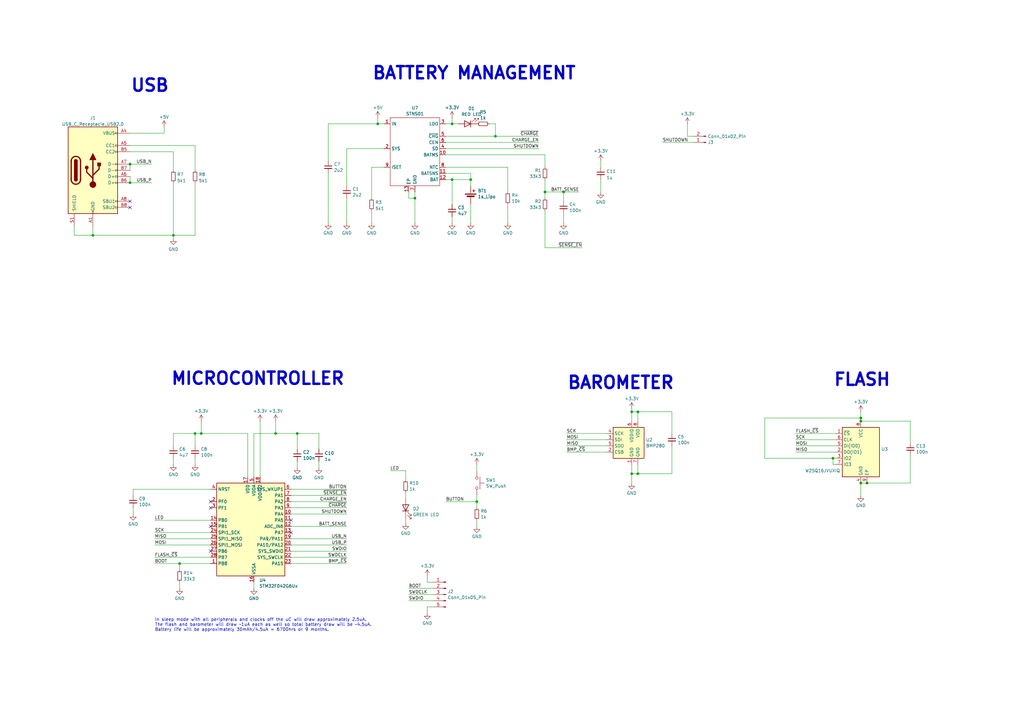
<source format=kicad_sch>
(kicad_sch (version 20230121) (generator eeschema)
  (paper "A3")
  (title_block (title "SimpleAlt") (date "2024-06-22") (rev "2") (company "Blueskin Design Ltd") (comment 1 "(C) 2024 Michael Turner"))
  (lib_symbols
    (symbol "Connector:Conn_01x02_Pin" (pin_names (offset 1.016) hide)
      (property "Reference" "J" (at 0 2.54 0))
      (property "Value" "Conn_01x02_Pin" (at 0 -5.08 0))
      (symbol "Conn_01x02_Pin_1_1"
        (polyline (pts (xy 1.27 -2.54) (xy 0.8636 -2.54)) (stroke (width 0.1524)))
        (polyline (pts (xy 1.27 0) (xy 0.8636 0)) (stroke (width 0.1524)))
        (rectangle (start 0.8636 -2.413) (end 0 -2.667) (stroke (width 0.1524)) (fill (type outline)))
        (rectangle (start 0.8636 0.127) (end 0 -0.127) (stroke (width 0.1524)) (fill (type outline)))
        (pin passive line (at 5.08 0 180) (length 3.81) (name "Pin_1") (number "1"))
        (pin passive line (at 5.08 -2.54 180) (length 3.81) (name "Pin_2") (number "2"))
      )
    )
    (symbol "Connector:Conn_01x05_Pin" (pin_names (offset 1.016) hide)
      (property "Reference" "J" (at 0 7.62 0))
      (property "Value" "Conn_01x05_Pin" (at 0 -7.62 0))
      (symbol "Conn_01x05_Pin_1_1"
        (polyline (pts (xy 1.27 -5.08) (xy 0.8636 -5.08)) (stroke (width 0.1524)))
        (polyline (pts (xy 1.27 -2.54) (xy 0.8636 -2.54)) (stroke (width 0.1524)))
        (polyline (pts (xy 1.27 0) (xy 0.8636 0)) (stroke (width 0.1524)))
        (polyline (pts (xy 1.27 2.54) (xy 0.8636 2.54)) (stroke (width 0.1524)))
        (polyline (pts (xy 1.27 5.08) (xy 0.8636 5.08)) (stroke (width 0.1524)))
        (rectangle (start 0.8636 -4.953) (end 0 -5.207) (stroke (width 0.1524)) (fill (type outline)))
        (rectangle (start 0.8636 -2.413) (end 0 -2.667) (stroke (width 0.1524)) (fill (type outline)))
        (rectangle (start 0.8636 0.127) (end 0 -0.127) (stroke (width 0.1524)) (fill (type outline)))
        (rectangle (start 0.8636 2.667) (end 0 2.413) (stroke (width 0.1524)) (fill (type outline)))
        (rectangle (start 0.8636 5.207) (end 0 4.953) (stroke (width 0.1524)) (fill (type outline)))
        (pin passive line (at 5.08 5.08 180) (length 3.81) (name "Pin_1") (number "1"))
        (pin passive line (at 5.08 2.54 180) (length 3.81) (name "Pin_2") (number "2"))
        (pin passive line (at 5.08 0 180) (length 3.81) (name "Pin_3") (number "3"))
        (pin passive line (at 5.08 -2.54 180) (length 3.81) (name "Pin_4") (number "4"))
        (pin passive line (at 5.08 -5.08 180) (length 3.81) (name "Pin_5") (number "5"))
      )
    )
    (symbol "Connector:USB_C_Receptacle_USB2.0" (pin_names (offset 1.016))
      (property "Reference" "J" (at -10.16 19.05 0))
      (property "Value" "USB_C_Receptacle_USB2.0" (at 19.05 19.05 0))
      (symbol "USB_C_Receptacle_USB2.0_0_0"
        (rectangle (start -0.254 -17.78) (end 0.254 -16.764))
        (rectangle (start 10.16 -14.986) (end 9.144 -15.494))
        (rectangle (start 10.16 -12.446) (end 9.144 -12.954))
        (rectangle (start 10.16 -4.826) (end 9.144 -5.334))
        (rectangle (start 10.16 -2.286) (end 9.144 -2.794))
        (rectangle (start 10.16 0.254) (end 9.144 -0.254))
        (rectangle (start 10.16 2.794) (end 9.144 2.286))
        (rectangle (start 10.16 7.874) (end 9.144 7.366))
        (rectangle (start 10.16 10.414) (end 9.144 9.906))
        (rectangle (start 10.16 15.494) (end 9.144 14.986))
      )
      (symbol "USB_C_Receptacle_USB2.0_0_1"
        (rectangle (start -10.16 17.78) (end 10.16 -17.78) (stroke (width 0.254)) (fill (type background)))
        (arc (start -8.89 -3.81) (mid -6.985 -5.7067) (end -5.08 -3.81) (stroke (width 0.508)))
        (arc (start -7.62 -3.81) (mid -6.985 -4.4423) (end -6.35 -3.81) (stroke (width 0.254)))
        (arc (start -7.62 -3.81) (mid -6.985 -4.4423) (end -6.35 -3.81) (stroke (width 0.254)) (fill (type outline)))
        (rectangle (start -7.62 -3.81) (end -6.35 3.81) (stroke (width 0.254)) (fill (type outline)))
        (arc (start -6.35 3.81) (mid -6.985 4.4423) (end -7.62 3.81) (stroke (width 0.254)))
        (arc (start -6.35 3.81) (mid -6.985 4.4423) (end -7.62 3.81) (stroke (width 0.254)) (fill (type outline)))
        (arc (start -5.08 3.81) (mid -6.985 5.7067) (end -8.89 3.81) (stroke (width 0.508)))
        (circle (center -2.54 1.143) (radius 0.635) (stroke (width 0.254)) (fill (type outline)))
        (circle (center 0 -5.842) (radius 1.27) (fill (type outline)))
        (polyline (pts (xy -8.89 -3.81) (xy -8.89 3.81)) (stroke (width 0.508)))
        (polyline (pts (xy -5.08 3.81) (xy -5.08 -3.81)) (stroke (width 0.508)))
        (polyline (pts (xy 0 -5.842) (xy 0 4.318)) (stroke (width 0.508)))
        (polyline (pts (xy 0 -3.302) (xy -2.54 -0.762) (xy -2.54 0.508)) (stroke (width 0.508)))
        (polyline (pts (xy 0 -2.032) (xy 2.54 0.508) (xy 2.54 1.778)) (stroke (width 0.508)))
        (polyline (pts (xy -1.27 4.318) (xy 0 6.858) (xy 1.27 4.318) (xy -1.27 4.318)) (stroke (width 0.254)) (fill (type outline)))
        (rectangle (start 1.905 1.778) (end 3.175 3.048) (stroke (width 0.254)) (fill (type outline)))
      )
      (symbol "USB_C_Receptacle_USB2.0_1_1"
        (pin passive line (at 0 -22.86 90) (length 5.08) (name "GND") (number "A1"))
        (pin passive line (at 0 -22.86 90) (length 5.08) hide (name "GND") (number "A12"))
        (pin passive line (at 15.24 15.24 180) (length 5.08) (name "VBUS") (number "A4"))
        (pin bidirectional line (at 15.24 10.16 180) (length 5.08) (name "CC1") (number "A5"))
        (pin bidirectional line (at 15.24 -2.54 180) (length 5.08) (name "D+") (number "A6"))
        (pin bidirectional line (at 15.24 2.54 180) (length 5.08) (name "D-") (number "A7"))
        (pin bidirectional line (at 15.24 -12.7 180) (length 5.08) (name "SBU1") (number "A8"))
        (pin passive line (at 15.24 15.24 180) (length 5.08) hide (name "VBUS") (number "A9"))
        (pin passive line (at 0 -22.86 90) (length 5.08) hide (name "GND") (number "B1"))
        (pin passive line (at 0 -22.86 90) (length 5.08) hide (name "GND") (number "B12"))
        (pin passive line (at 15.24 15.24 180) (length 5.08) hide (name "VBUS") (number "B4"))
        (pin bidirectional line (at 15.24 7.62 180) (length 5.08) (name "CC2") (number "B5"))
        (pin bidirectional line (at 15.24 -5.08 180) (length 5.08) (name "D+") (number "B6"))
        (pin bidirectional line (at 15.24 0 180) (length 5.08) (name "D-") (number "B7"))
        (pin bidirectional line (at 15.24 -15.24 180) (length 5.08) (name "SBU2") (number "B8"))
        (pin passive line (at 15.24 15.24 180) (length 5.08) hide (name "VBUS") (number "B9"))
        (pin passive line (at -7.62 -22.86 90) (length 5.08) (name "SHIELD") (number "S1"))
      )
    )
    (symbol "Device:Battery_Cell" (pin_numbers hide) (pin_names (offset 0) hide)
      (property "Reference" "BT" (at 2.54 2.54 0))
      (property "Value" "Battery_Cell" (at 2.54 0 0))
      (symbol "Battery_Cell_0_1"
        (rectangle (start -2.286 1.778) (end 2.286 1.524) (fill (type outline)))
        (rectangle (start -1.524 1.016) (end 1.524 0.508) (fill (type outline)))
        (polyline (pts (xy 0 0.762) (xy 0 0)))
        (polyline (pts (xy 0 1.778) (xy 0 2.54)))
        (polyline (pts (xy 0.762 3.048) (xy 1.778 3.048)) (stroke (width 0.254)))
        (polyline (pts (xy 1.27 3.556) (xy 1.27 2.54)) (stroke (width 0.254)))
      )
      (symbol "Battery_Cell_1_1"
        (pin passive line (at 0 5.08 270) (length 2.54) (name "+") (number "1"))
        (pin passive line (at 0 -2.54 90) (length 2.54) (name "-") (number "2"))
      )
    )
    (symbol "Device:C_Small" (pin_numbers hide) (pin_names (offset 0.254) hide)
      (property "Reference" "C" (at 0.254 1.778 0))
      (property "Value" "C_Small" (at 0.254 -2.032 0))
      (symbol "C_Small_0_1"
        (polyline (pts (xy -1.524 -0.508) (xy 1.524 -0.508)) (stroke (width 0.3302)))
        (polyline (pts (xy -1.524 0.508) (xy 1.524 0.508)) (stroke (width 0.3048)))
      )
      (symbol "C_Small_1_1"
        (pin passive line (at 0 2.54 270) (length 2.032) (name "~") (number "1"))
        (pin passive line (at 0 -2.54 90) (length 2.032) (name "~") (number "2"))
      )
    )
    (symbol "Device:LED" (pin_numbers hide) (pin_names (offset 1.016) hide)
      (property "Reference" "D" (at 0 2.54 0))
      (property "Value" "LED" (at 0 -2.54 0))
      (symbol "LED_0_1"
        (polyline (pts (xy -1.27 -1.27) (xy -1.27 1.27)) (stroke (width 0.254)))
        (polyline (pts (xy -1.27 0) (xy 1.27 0)))
        (polyline (pts (xy 1.27 -1.27) (xy 1.27 1.27) (xy -1.27 0) (xy 1.27 -1.27)) (stroke (width 0.254)))
        (polyline (pts (xy -3.048 -0.762) (xy -4.572 -2.286) (xy -3.81 -2.286) (xy -4.572 -2.286) (xy -4.572 -1.524)))
        (polyline (pts (xy -1.778 -0.762) (xy -3.302 -2.286) (xy -2.54 -2.286) (xy -3.302 -2.286) (xy -3.302 -1.524)))
      )
      (symbol "LED_1_1"
        (pin passive line (at -3.81 0 0) (length 2.54) (name "K") (number "1"))
        (pin passive line (at 3.81 0 180) (length 2.54) (name "A") (number "2"))
      )
    )
    (symbol "Device:R_Small" (pin_numbers hide) (pin_names (offset 0.254) hide)
      (property "Reference" "R" (at 0.762 0.508 0))
      (property "Value" "R_Small" (at 0.762 -1.016 0))
      (symbol "R_Small_0_1"
        (rectangle (start -0.762 1.778) (end 0.762 -1.778) (stroke (width 0.2032)))
      )
      (symbol "R_Small_1_1"
        (pin passive line (at 0 2.54 270) (length 0.762) (name "~") (number "1"))
        (pin passive line (at 0 -2.54 90) (length 0.762) (name "~") (number "2"))
      )
    )
    (symbol "MCU_ST_STM32F0:STM32F042G6Ux"
      (property "Reference" "U" (at -12.7 21.59 0))
      (property "Value" "STM32F042G6Ux" (at 7.62 21.59 0))
      (symbol "STM32F042G6Ux_0_1"
        (rectangle (start -12.7 -17.78) (end 15.24 20.32) (stroke (width 0.254)) (fill (type background)))
      )
      (symbol "STM32F042G6Ux_1_1"
        (pin bidirectional line (at -15.24 -12.7 0) (length 2.54) (name "PB8") (number "1"))
        (pin bidirectional line (at 17.78 7.62 180) (length 2.54) (name "PA4") (number "10"))
        (pin bidirectional line (at 17.78 5.08 180) (length 2.54) (name "PA5") (number "11") (alternate "SPI1_SCK" bidirectional line))
        (pin bidirectional line (at 17.78 2.54 180) (length 2.54) (name "PA6") (number "12") (alternate "ADC_IN6" bidirectional line) (alternate "SPI1_MISO" bidirectional line))
        (pin bidirectional line (at 17.78 0 180) (length 2.54) (name "PA7") (number "13") (alternate "SPI1_MOSI" bidirectional line))
        (pin bidirectional line (at -15.24 5.08 0) (length 2.54) (name "PB0") (number "14"))
        (pin bidirectional line (at -15.24 2.54 0) (length 2.54) (name "PB1") (number "15"))
        (pin power_in line (at 2.54 -20.32 90) (length 2.54) (name "VSSA") (number "16"))
        (pin power_in line (at 0 22.86 270) (length 2.54) (name "VDD") (number "17"))
        (pin power_in line (at 5.08 22.86 270) (length 2.54) (name "VDDIO2") (number "18"))
        (pin bidirectional line (at 17.78 -2.54 180) (length 2.54) (name "PA9/PA11") (number "19"))
        (pin bidirectional line (at -15.24 12.7 0) (length 2.54) (name "PF0") (number "2"))
        (pin bidirectional line (at 17.78 -5.08 180) (length 2.54) (name "PA10/PA12") (number "20"))
        (pin bidirectional line (at 17.78 -7.62 180) (length 2.54) (name "PA13") (number "21") (alternate "SYS_SWDIO" bidirectional line))
        (pin bidirectional line (at 17.78 -10.16 180) (length 2.54) (name "PA14") (number "22") (alternate "SYS_SWCLK" bidirectional line))
        (pin bidirectional line (at 17.78 -12.7 180) (length 2.54) (name "PA15") (number "23"))
        (pin bidirectional line (at -15.24 0 0) (length 2.54) (name "PB3") (number "24") (alternate "SPI1_SCK" bidirectional line))
        (pin bidirectional line (at -15.24 -2.54 0) (length 2.54) (name "PB4") (number "25") (alternate "SPI1_MISO" bidirectional line))
        (pin bidirectional line (at -15.24 -5.08 0) (length 2.54) (name "PB5") (number "26") (alternate "SPI1_MOSI" bidirectional line))
        (pin bidirectional line (at -15.24 -7.62 0) (length 2.54) (name "PB6") (number "27"))
        (pin bidirectional line (at -15.24 -10.16 0) (length 2.54) (name "PB7") (number "28"))
        (pin bidirectional line (at -15.24 10.16 0) (length 2.54) (name "PF1") (number "3"))
        (pin input line (at -15.24 17.78 0) (length 2.54) (name "NRST") (number "4"))
        (pin power_in line (at 2.54 22.86 270) (length 2.54) (name "VDDA") (number "5"))
        (pin bidirectional line (at 17.78 17.78 180) (length 2.54) (name "PA0") (number "6") (alternate "SYS_WKUP1" bidirectional line))
        (pin bidirectional line (at 17.78 15.24 180) (length 2.54) (name "PA1") (number "7"))
        (pin bidirectional line (at 17.78 12.7 180) (length 2.54) (name "PA2") (number "8"))
        (pin bidirectional line (at 17.78 10.16 180) (length 2.54) (name "PA3") (number "9"))
      )
    )
    (symbol "Memory_Flash:W25Q32JVZP"
      (property "Reference" "U" (at -6.35 11.43 0))
      (property "Value" "W25Q32JVZP" (at 7.62 11.43 0))
      (symbol "W25Q32JVZP_0_1"
        (rectangle (start -7.62 10.16) (end 7.62 -10.16) (stroke (width 0.254)) (fill (type background)))
      )
      (symbol "W25Q32JVZP_1_1"
        (pin input line (at -10.16 7.62 0) (length 2.54) (name "~{CS}") (number "1"))
        (pin bidirectional line (at -10.16 0 0) (length 2.54) (name "DO(IO1)") (number "2"))
        (pin bidirectional line (at -10.16 -2.54 0) (length 2.54) (name "IO2") (number "3"))
        (pin power_in line (at 0 -12.7 90) (length 2.54) (name "GND") (number "4"))
        (pin bidirectional line (at -10.16 2.54 0) (length 2.54) (name "DI(IO0)") (number "5"))
        (pin input line (at -10.16 5.08 0) (length 2.54) (name "CLK") (number "6"))
        (pin bidirectional line (at -10.16 -5.08 0) (length 2.54) (name "IO3") (number "7"))
        (pin power_in line (at 0 12.7 270) (length 2.54) (name "VCC") (number "8"))
        (pin passive line (at 2.54 -12.7 90) (length 2.54) (name "EP") (number "9"))
      )
    )
    (symbol "My Components:SNTS01"
      (property "Reference" "U" (at 0 13.97 0))
      (symbol "SNTS01_0_1"
        (rectangle (start -10.16 12.7) (end 10.16 -15.24))
      )
      (symbol "SNTS01_1_0"
        (pin power_in line (at -2.54 -17.78 90) (length 2.54) (name "EP") (number "13"))
      )
      (symbol "SNTS01_1_1"
        (pin power_in line (at -12.7 10.16 0) (length 2.54) (name "IN") (number "1"))
        (pin passive line (at 12.7 -2.54 180) (length 2.54) (name "BATMS") (number "10"))
        (pin input line (at 12.7 -10.16 180) (length 2.54) (name "BATSNS") (number "11"))
        (pin passive line (at 12.7 -12.7 180) (length 2.54) (name "BAT") (number "12"))
        (pin power_out line (at -12.7 0 0) (length 2.54) (name "SYS") (number "2"))
        (pin power_out line (at 12.7 10.16 180) (length 2.54) (name "LDO") (number "3"))
        (pin input line (at 12.7 0 180) (length 2.54) (name "SD") (number "4"))
        (pin output line (at 12.7 5.08 180) (length 2.54) (name "~{CHG}") (number "5"))
        (pin input line (at 12.7 2.54 180) (length 2.54) (name "CEN") (number "6"))
        (pin power_in line (at 0 -17.78 90) (length 2.54) (name "GND") (number "7"))
        (pin input line (at 12.7 -7.62 180) (length 2.54) (name "NTC") (number "8"))
        (pin passive line (at -12.7 -7.62 0) (length 2.54) (name "ISET") (number "9"))
      )
    )
    (symbol "Sensor_Pressure:BMP280"
      (property "Reference" "U" (at -7.62 10.16 0))
      (property "Value" "BMP280" (at 5.08 10.16 0))
      (symbol "BMP280_0_1"
        (rectangle (start -7.62 -5.08) (end 5.08 7.62) (stroke (width 0.254)) (fill (type background)))
      )
      (symbol "BMP280_1_1"
        (pin power_in line (at 0 -7.62 90) (length 2.54) (name "GND") (number "1"))
        (pin input line (at -10.16 -2.54 0) (length 2.54) (name "CSB") (number "2"))
        (pin bidirectional line (at -10.16 2.54 0) (length 2.54) (name "SDI") (number "3"))
        (pin input line (at -10.16 5.08 0) (length 2.54) (name "SCK") (number "4"))
        (pin bidirectional line (at -10.16 0 0) (length 2.54) (name "SDO") (number "5"))
        (pin power_in line (at 0 10.16 270) (length 2.54) (name "VDDIO") (number "6"))
        (pin power_in line (at 2.54 -7.62 90) (length 2.54) (name "GND") (number "7"))
        (pin power_in line (at 2.54 10.16 270) (length 2.54) (name "VDD") (number "8"))
      )
    )
    (symbol "Switch:SW_Push" (pin_numbers hide) (pin_names (offset 1.016) hide)
      (property "Reference" "SW" (at 1.27 2.54 0))
      (property "Value" "SW_Push" (at 0 -1.524 0))
      (symbol "SW_Push_0_1"
        (circle (center -2.032 0) (radius 0.508))
        (polyline (pts (xy 0 1.27) (xy 0 3.048)))
        (polyline (pts (xy 2.54 1.27) (xy -2.54 1.27)))
        (circle (center 2.032 0) (radius 0.508))
        (pin passive line (at -5.08 0 0) (length 2.54) (name "1") (number "1"))
        (pin passive line (at 5.08 0 180) (length 2.54) (name "2") (number "2"))
      )
    )
    (symbol "power:+3.3V" (power) (pin_names (offset 0))
      (property "Value" "+3.3V" (at 0 3.556 0))
      (symbol "+3.3V_0_1"
        (polyline (pts (xy -0.762 1.27) (xy 0 2.54)))
        (polyline (pts (xy 0 0) (xy 0 2.54)))
        (polyline (pts (xy 0 2.54) (xy 0.762 1.27)))
      )
      (symbol "+3.3V_1_1"
        (pin power_in line (at 0 0 90) (length 0) hide (name "+3.3V") (number "1"))
      )
    )
    (symbol "power:+5V" (power) (pin_names (offset 0))
      (property "Value" "+5V" (at 0 3.556 0))
      (symbol "+5V_0_1"
        (polyline (pts (xy -0.762 1.27) (xy 0 2.54)))
        (polyline (pts (xy 0 0) (xy 0 2.54)))
        (polyline (pts (xy 0 2.54) (xy 0.762 1.27)))
      )
      (symbol "+5V_1_1"
        (pin power_in line (at 0 0 90) (length 0) hide (name "+5V") (number "1"))
      )
    )
    (symbol "power:GND" (power) (pin_names (offset 0))
      (property "Value" "GND" (at 0 -3.81 0))
      (symbol "GND_0_1"
        (polyline (pts (xy 0 0) (xy 0 -1.27) (xy 1.27 -1.27) (xy 0 -2.54) (xy -1.27 -1.27) (xy 0 -1.27)))
      )
      (symbol "GND_1_1"
        (pin power_in line (at 0 0 270) (length 0) hide (name "GND") (number "1"))
      )
    )
  )
  (junction (at 154.94 50.8))
  (junction (at 193.04 73.66))
  (junction (at 73.66 231.14))
  (junction (at 185.42 50.8))
  (junction (at 82.55 177.8))
  (junction (at 80.01 177.8))
  (junction (at 113.03 177.8))
  (junction (at 121.92 177.8))
  (junction (at 53.34 67.31))
  (junction (at 203.2 55.88))
  (junction (at 195.58 205.74))
  (junction (at 353.06 198.12))
  (junction (at 259.08 168.91))
  (junction (at 353.06 172.72))
  (junction (at 185.42 73.66))
  (junction (at 223.52 78.74))
  (junction (at 341.63 187.96))
  (junction (at 353.06 171.45))
  (junction (at 170.18 81.28))
  (junction (at 259.08 194.31))
  (junction (at 53.34 74.93))
  (junction (at 231.14 78.74))
  (junction (at 261.62 194.31))
  (junction (at 261.62 168.91))
  (junction (at 355.6 198.12))
  (junction (at 38.1 96.52))
  (junction (at 71.12 96.52))
  (no_connect (at 119.38 213.36))
  (no_connect (at 53.34 85.09))
  (no_connect (at 86.36 205.74))
  (no_connect (at 86.36 226.06))
  (no_connect (at 119.38 218.44))
  (no_connect (at 86.36 215.9))
  (no_connect (at 86.36 208.28))
  (no_connect (at 53.34 82.55))
  (wire (pts (xy 166.37 201.93) (xy 166.37 204.47)))
  (wire (pts (xy 342.9 187.96) (xy 341.63 187.96)))
  (wire (pts (xy 193.04 83.82) (xy 193.04 91.44)))
  (wire (pts (xy 113.03 177.8) (xy 121.92 177.8)))
  (wire (pts (xy 182.88 68.58) (xy 208.28 68.58)))
  (wire (pts (xy 86.36 213.36) (xy 63.5 213.36)))
  (wire (pts (xy 281.94 50.8) (xy 281.94 55.88)))
  (wire (pts (xy 119.38 220.98) (xy 142.24 220.98)))
  (wire (pts (xy 73.66 231.14) (xy 73.66 233.68)))
  (wire (pts (xy 353.06 168.91) (xy 353.06 171.45)))
  (wire (pts (xy 223.52 101.6) (xy 238.76 101.6)))
  (wire (pts (xy 182.88 60.96) (xy 220.98 60.96)))
  (wire (pts (xy 223.52 78.74) (xy 223.52 81.28)))
  (wire (pts (xy 170.18 81.28) (xy 170.18 91.44)))
  (wire (pts (xy 82.55 172.72) (xy 82.55 177.8)))
  (wire (pts (xy 259.08 190.5) (xy 259.08 194.31)))
  (wire (pts (xy 86.36 218.44) (xy 63.5 218.44)))
  (wire (pts (xy 313.69 187.96) (xy 313.69 171.45)))
  (wire (pts (xy 353.06 198.12) (xy 353.06 203.2)))
  (wire (pts (xy 259.08 167.64) (xy 259.08 168.91)))
  (wire (pts (xy 63.5 220.98) (xy 86.36 220.98)))
  (wire (pts (xy 119.38 208.28) (xy 142.24 208.28)))
  (wire (pts (xy 177.8 248.92) (xy 175.26 248.92)))
  (wire (pts (xy 195.58 205.74) (xy 195.58 208.28)))
  (wire (pts (xy 119.38 215.9) (xy 142.24 215.9)))
  (wire (pts (xy 80.01 177.8) (xy 82.55 177.8)))
  (wire (pts (xy 223.52 86.36) (xy 223.52 101.6)))
  (wire (pts (xy 119.38 210.82) (xy 142.24 210.82)))
  (wire (pts (xy 232.41 182.88) (xy 248.92 182.88)))
  (wire (pts (xy 152.4 68.58) (xy 152.4 81.28)))
  (wire (pts (xy 54.61 200.66) (xy 86.36 200.66)))
  (wire (pts (xy 373.38 186.69) (xy 373.38 198.12)))
  (wire (pts (xy 195.58 203.2) (xy 195.58 205.74)))
  (wire (pts (xy 182.88 55.88) (xy 203.2 55.88)))
  (wire (pts (xy 182.88 50.8) (xy 185.42 50.8)))
  (wire (pts (xy 71.12 96.52) (xy 80.01 96.52)))
  (wire (pts (xy 175.26 238.76) (xy 177.8 238.76)))
  (wire (pts (xy 231.14 78.74) (xy 237.49 78.74)))
  (wire (pts (xy 119.38 223.52) (xy 142.24 223.52)))
  (wire (pts (xy 208.28 68.58) (xy 208.28 78.74)))
  (wire (pts (xy 71.12 62.23) (xy 71.12 69.85)))
  (wire (pts (xy 104.14 177.8) (xy 113.03 177.8)))
  (wire (pts (xy 185.42 88.9) (xy 185.42 91.44)))
  (wire (pts (xy 119.38 231.14) (xy 142.24 231.14)))
  (wire (pts (xy 223.52 63.5) (xy 223.52 68.58)))
  (wire (pts (xy 119.38 226.06) (xy 142.24 226.06)))
  (wire (pts (xy 200.66 50.8) (xy 203.2 50.8)))
  (wire (pts (xy 193.04 71.12) (xy 193.04 73.66)))
  (wire (pts (xy 182.88 73.66) (xy 185.42 73.66)))
  (wire (pts (xy 271.78 58.42) (xy 284.48 58.42)))
  (wire (pts (xy 175.26 248.92) (xy 175.26 251.46)))
  (wire (pts (xy 82.55 177.8) (xy 101.6 177.8)))
  (wire (pts (xy 71.12 74.93) (xy 71.12 96.52)))
  (wire (pts (xy 119.38 200.66) (xy 142.24 200.66)))
  (wire (pts (xy 232.41 180.34) (xy 248.92 180.34)))
  (wire (pts (xy 208.28 83.82) (xy 208.28 91.44)))
  (wire (pts (xy 38.1 92.71) (xy 38.1 96.52)))
  (wire (pts (xy 261.62 168.91) (xy 275.59 168.91)))
  (wire (pts (xy 152.4 86.36) (xy 152.4 91.44)))
  (wire (pts (xy 101.6 177.8) (xy 101.6 195.58)))
  (wire (pts (xy 71.12 96.52) (xy 71.12 97.79)))
  (wire (pts (xy 261.62 168.91) (xy 261.62 172.72)))
  (wire (pts (xy 134.62 71.12) (xy 134.62 91.44)))
  (wire (pts (xy 355.6 198.12) (xy 353.06 198.12)))
  (wire (pts (xy 185.42 50.8) (xy 187.96 50.8)))
  (wire (pts (xy 342.9 177.8) (xy 326.39 177.8)))
  (wire (pts (xy 54.61 200.66) (xy 54.61 203.2)))
  (wire (pts (xy 246.38 66.04) (xy 246.38 68.58)))
  (wire (pts (xy 167.64 81.28) (xy 170.18 81.28)))
  (wire (pts (xy 231.14 87.63) (xy 231.14 91.44)))
  (wire (pts (xy 185.42 48.26) (xy 185.42 50.8)))
  (wire (pts (xy 342.9 190.5) (xy 341.63 190.5)))
  (wire (pts (xy 113.03 172.72) (xy 113.03 177.8)))
  (wire (pts (xy 38.1 96.52) (xy 71.12 96.52)))
  (wire (pts (xy 203.2 55.88) (xy 220.98 55.88)))
  (wire (pts (xy 119.38 203.2) (xy 142.24 203.2)))
  (wire (pts (xy 121.92 177.8) (xy 121.92 184.15)))
  (wire (pts (xy 223.52 73.66) (xy 223.52 78.74)))
  (wire (pts (xy 232.41 185.42) (xy 248.92 185.42)))
  (wire (pts (xy 326.39 182.88) (xy 342.9 182.88)))
  (wire (pts (xy 195.58 213.36) (xy 195.58 215.9)))
  (wire (pts (xy 341.63 187.96) (xy 313.69 187.96)))
  (wire (pts (xy 259.08 172.72) (xy 259.08 168.91)))
  (wire (pts (xy 261.62 194.31) (xy 261.62 190.5)))
  (wire (pts (xy 63.5 231.14) (xy 73.66 231.14)))
  (wire (pts (xy 80.01 74.93) (xy 80.01 96.52)))
  (wire (pts (xy 170.18 78.74) (xy 170.18 81.28)))
  (wire (pts (xy 166.37 193.04) (xy 166.37 196.85)))
  (wire (pts (xy 142.24 81.28) (xy 142.24 91.44)))
  (wire (pts (xy 104.14 195.58) (xy 104.14 177.8)))
  (wire (pts (xy 130.81 189.23) (xy 130.81 191.77)))
  (wire (pts (xy 71.12 187.96) (xy 71.12 190.5)))
  (wire (pts (xy 246.38 73.66) (xy 246.38 78.74)))
  (wire (pts (xy 259.08 168.91) (xy 261.62 168.91)))
  (wire (pts (xy 167.64 246.38) (xy 177.8 246.38)))
  (wire (pts (xy 261.62 194.31) (xy 275.59 194.31)))
  (wire (pts (xy 373.38 172.72) (xy 373.38 181.61)))
  (wire (pts (xy 341.63 190.5) (xy 341.63 187.96)))
  (wire (pts (xy 134.62 50.8) (xy 154.94 50.8)))
  (wire (pts (xy 259.08 194.31) (xy 259.08 198.12)))
  (wire (pts (xy 121.92 177.8) (xy 130.81 177.8)))
  (wire (pts (xy 193.04 76.2) (xy 193.04 73.66)))
  (wire (pts (xy 30.48 92.71) (xy 30.48 96.52)))
  (wire (pts (xy 80.01 177.8) (xy 80.01 182.88)))
  (wire (pts (xy 119.38 228.6) (xy 142.24 228.6)))
  (wire (pts (xy 86.36 228.6) (xy 63.5 228.6)))
  (wire (pts (xy 130.81 177.8) (xy 130.81 184.15)))
  (wire (pts (xy 284.48 55.88) (xy 281.94 55.88)))
  (wire (pts (xy 231.14 78.74) (xy 231.14 82.55)))
  (wire (pts (xy 53.34 54.61) (xy 67.31 54.61)))
  (wire (pts (xy 326.39 185.42) (xy 342.9 185.42)))
  (wire (pts (xy 182.88 58.42) (xy 220.98 58.42)))
  (wire (pts (xy 30.48 96.52) (xy 38.1 96.52)))
  (wire (pts (xy 185.42 73.66) (xy 193.04 73.66)))
  (wire (pts (xy 53.34 67.31) (xy 62.23 67.31)))
  (wire (pts (xy 353.06 172.72) (xy 373.38 172.72)))
  (wire (pts (xy 248.92 177.8) (xy 232.41 177.8)))
  (wire (pts (xy 275.59 168.91) (xy 275.59 177.8)))
  (wire (pts (xy 53.34 74.93) (xy 62.23 74.93)))
  (wire (pts (xy 275.59 182.88) (xy 275.59 194.31)))
  (wire (pts (xy 259.08 194.31) (xy 261.62 194.31)))
  (wire (pts (xy 67.31 52.07) (xy 67.31 54.61)))
  (wire (pts (xy 53.34 59.69) (xy 80.01 59.69)))
  (wire (pts (xy 326.39 180.34) (xy 342.9 180.34)))
  (wire (pts (xy 154.94 48.26) (xy 154.94 50.8)))
  (wire (pts (xy 80.01 59.69) (xy 80.01 69.85)))
  (wire (pts (xy 167.64 78.74) (xy 167.64 81.28)))
  (wire (pts (xy 121.92 189.23) (xy 121.92 191.77)))
  (wire (pts (xy 166.37 212.09) (xy 166.37 214.63)))
  (wire (pts (xy 53.34 72.39) (xy 53.34 74.93)))
  (wire (pts (xy 142.24 60.96) (xy 142.24 76.2)))
  (wire (pts (xy 175.26 236.22) (xy 175.26 238.76)))
  (wire (pts (xy 63.5 223.52) (xy 86.36 223.52)))
  (wire (pts (xy 53.34 67.31) (xy 53.34 69.85)))
  (wire (pts (xy 195.58 190.5) (xy 195.58 193.04)))
  (wire (pts (xy 106.68 172.72) (xy 106.68 195.58)))
  (wire (pts (xy 373.38 198.12) (xy 355.6 198.12)))
  (wire (pts (xy 157.48 60.96) (xy 142.24 60.96)))
  (wire (pts (xy 182.88 63.5) (xy 223.52 63.5)))
  (wire (pts (xy 73.66 231.14) (xy 86.36 231.14)))
  (wire (pts (xy 167.64 243.84) (xy 177.8 243.84)))
  (wire (pts (xy 154.94 50.8) (xy 157.48 50.8)))
  (wire (pts (xy 203.2 50.8) (xy 203.2 55.88)))
  (wire (pts (xy 182.88 205.74) (xy 195.58 205.74)))
  (wire (pts (xy 80.01 187.96) (xy 80.01 190.5)))
  (wire (pts (xy 73.66 238.76) (xy 73.66 241.3)))
  (wire (pts (xy 119.38 205.74) (xy 142.24 205.74)))
  (wire (pts (xy 53.34 62.23) (xy 71.12 62.23)))
  (wire (pts (xy 160.02 193.04) (xy 166.37 193.04)))
  (wire (pts (xy 313.69 171.45) (xy 353.06 171.45)))
  (wire (pts (xy 353.06 171.45) (xy 353.06 172.72)))
  (wire (pts (xy 223.52 78.74) (xy 231.14 78.74)))
  (wire (pts (xy 167.64 241.3) (xy 177.8 241.3)))
  (wire (pts (xy 71.12 177.8) (xy 71.12 182.88)))
  (wire (pts (xy 134.62 50.8) (xy 134.62 66.04)))
  (wire (pts (xy 185.42 73.66) (xy 185.42 83.82)))
  (wire (pts (xy 80.01 177.8) (xy 71.12 177.8)))
  (wire (pts (xy 54.61 208.28) (xy 54.61 210.82)))
  (wire (pts (xy 104.14 238.76) (xy 104.14 241.3)))
  (wire (pts (xy 157.48 68.58) (xy 152.4 68.58)))
  (wire (pts (xy 182.88 71.12) (xy 193.04 71.12)))
  (text "FLASH" (at 341.63 158.75 0) (effects (font (size 5 5) bold) (justify left bottom)))
  (text "BAROMETER\n" (at 232.41 160.02 0) (effects (font (size 5 5) bold) (justify left bottom)))
  (text "MICROCONTROLLER\n\n" (at 69.85 166.37 0) (effects (font (size 5 5) bold) (justify left bottom)))
  (text "USB" (at 53.34 38.1 0) (effects (font (size 5 5) (thickness 1) bold) (justify left bottom)))
  (text "In sleep mode with all peripherals and clocks off the uC will draw approximately 2.5uA.\nThe flash and barometer will draw ~1uA each as well so total battery draw will be ~4.5uA.\nBattery life will be approximately 30mAh/4.5uA = 6700hrs or 9 months." (at 63.5 259.08 0) (effects (font (size 1.27 1.27)) (justify left bottom)))
  (text "BATTERY MANAGEMENT" (at 152.4 33.02 0) (effects (font (size 5 5) bold) (justify left bottom)))
  (label "BOOT" (at 63.5 231.14 0))
  (label "SCK" (at 326.39 180.34 0))
  (label "MISO" (at 326.39 185.42 0))
  (label "BUTTON" (at 142.24 200.66 180))
  (label "SWDIO" (at 142.24 226.06 180))
  (label "BATT_SENSE" (at 237.49 78.74 180))
  (label "BATT_SENSE" (at 142.24 215.9 180))
  (label "USB_P" (at 142.24 223.52 180))
  (label "~{SENSE_EN}" (at 142.24 203.2 180))
  (label "SHUTDOWN" (at 271.78 58.42 0))
  (label "USB_N" (at 62.23 67.31 180))
  (label "SCK" (at 63.5 218.44 0))
  (label "SHUTDOWN" (at 142.24 210.82 180))
  (label "BMP_~{CS}" (at 232.41 185.42 0))
  (label "BUTTON" (at 182.88 205.74 0))
  (label "SWDIO" (at 167.64 246.38 0))
  (label "BOOT" (at 167.64 241.3 0))
  (label "~{SENSE_EN}" (at 238.76 101.6 180))
  (label "SWDCLK" (at 167.64 243.84 0))
  (label "MOSI" (at 326.39 182.88 0))
  (label "MOSI" (at 63.5 223.52 0))
  (label "FLASH_~{CS}" (at 326.39 177.8 0))
  (label "MOSI" (at 232.41 180.34 0))
  (label "~{CHARGE}" (at 142.24 208.28 180))
  (label "USB_N" (at 142.24 220.98 180))
  (label "~{CHARGE}" (at 220.98 55.88 180))
  (label "SWDCLK" (at 142.24 228.6 180))
  (label "SHUTDOWN" (at 220.98 60.96 180))
  (label "CHARGE_EN" (at 142.24 205.74 180))
  (label "SCK" (at 232.41 177.8 0))
  (label "FLASH_~{CS}" (at 63.5 228.6 0))
  (label "BMP_~{CS}" (at 142.24 231.14 180))
  (label "LED" (at 160.02 193.04 0))
  (label "CHARGE_EN" (at 220.98 58.42 180))
  (label "MISO" (at 63.5 220.98 0))
  (label "LED" (at 63.5 213.36 0))
  (label "USB_P" (at 62.23 74.93 180))
  (label "MISO" (at 232.41 182.88 0))
  (symbol (lib_id "power:GND") (at 259.08 198.12 0) (unit 1)
    (property "Reference" "#PWR022" (effects hide))
    (property "Value" "GND" (at 259.08 202.2531 0))
  )
  (symbol (lib_id "power:GND") (at 71.12 190.5 0) (unit 1)
    (property "Reference" "#PWR016" (effects hide))
    (property "Value" "GND" (at 71.12 194.6331 0))
  )
  (symbol (lib_id "Switch:SW_Push") (at 195.58 198.12 270) (mirror x) (unit 1)
    (property "Reference" "SW1" (at 199.263 196.9079 90) (effects (justify left)))
    (property "Value" "SW_Push" (at 199.263 199.3321 90) (effects (justify left)))
    (property "Footprint" "Button_Switch_SMD:SW_SPST_B3U-1000P" (effects hide))
  )
  (symbol (lib_id "power:+3.3V") (at 281.94 50.8 0) (unit 1)
    (property "Reference" "#PWR09" (effects hide))
    (property "Value" "+3.3V" (at 281.94 46.6669 0))
  )
  (symbol (lib_id "Device:C_Small") (at 130.81 186.69 0) (unit 1)
    (property "Reference" "C10" (at 133.1341 185.8616 0) (effects (justify left)))
    (property "Value" "1u" (at 133.1341 188.3985 0) (effects (justify left)))
    (property "Footprint" "Capacitor_SMD:C_0402_1005Metric" (effects hide))
    (property "JLC Part Number" "C15849" (effects hide))
  )
  (symbol (lib_id "power:+3.3V") (at 185.42 48.26 0) (unit 1)
    (property "Reference" "#PWR07" (effects hide))
    (property "Value" "+3.3V" (at 185.42 44.1269 0))
  )
  (symbol (lib_id "Device:R_Small") (at 223.52 71.12 0) (mirror y) (unit 1)
    (property "Reference" "R1" (at 222.0214 69.9079 0) (effects (justify left)))
    (property "Value" "33k3" (at 222.0214 72.3321 0) (effects (justify left)))
    (property "Footprint" "Resistor_SMD:R_0402_1005Metric" (effects hide))
    (property "JLC Part Number" "C3013567" (effects hide))
  )
  (symbol (lib_id "Connector:Conn_01x05_Pin") (at 182.88 243.84 0) (mirror y) (unit 1)
    (property "Reference" "J2" (at 183.5912 242.6279 0) (effects (justify right)))
    (property "Value" "Conn_01x05_Pin" (at 183.5912 245.0521 0) (effects (justify right)))
    (property "Footprint" "Connector_PinHeader_1.27mm:PinHeader_1x05_P1.27mm_Vertical" (effects hide))
  )
  (symbol (lib_id "MCU_ST_STM32F0:STM32F042G6Ux") (at 101.6 218.44 0) (unit 1)
    (property "Reference" "U4" (at 106.3341 237.9401 0) (effects (justify left)))
    (property "Value" "STM32F042G6Ux" (at 106.3341 240.3643 0) (effects (justify left)))
    (property "Footprint" "Package_DFN_QFN:QFN-28_4x4mm_P0.5mm" (effects hide))
    (property "Datasheet" "https://www.st.com/resource/en/datasheet/stm32f042g6.pdf" (effects hide))
    (pin "25" (alternate "SPI1_MISO"))
    (pin "26" (alternate "SPI1_MOSI"))
    (pin "24" (alternate "SPI1_SCK"))
    (pin "6" (alternate "SYS_WKUP1"))
    (pin "22" (alternate "SYS_SWCLK"))
    (pin "12" (alternate "ADC_IN6"))
    (pin "21" (alternate "SYS_SWDIO"))
  )
  (symbol (lib_id "Device:R_Small") (at 152.4 83.82 0) (unit 1)
    (property "Reference" "R3" (at 153.8986 82.9853 0) (effects (justify left)))
    (property "Value" "5k1" (at 153.8986 85.5222 0) (effects (justify left)))
    (property "Footprint" "Resistor_SMD:R_0402_1005Metric" (effects hide))
    (property "JLC Part Number" "C3013567" (effects hide))
  )
  (symbol (lib_id "power:GND") (at 170.18 91.44 0) (mirror y) (unit 1)
    (property "Reference" "#PWR04" (effects hide))
    (property "Value" "GND" (at 170.18 95.5731 0))
  )
  (symbol (lib_id "power:GND") (at 152.4 91.44 0) (mirror y) (unit 1)
    (property "Reference" "#PWR03" (effects hide))
    (property "Value" "GND" (at 152.4 95.5731 0))
  )
  (symbol (lib_id "Device:Battery_Cell") (at 193.04 81.28 0) (unit 1)
    (property "Reference" "BT1" (at 195.961 78.2264 0) (effects (justify left)))
    (property "Value" "1s_Lipo" (at 195.961 80.6506 0) (effects (justify left)))
    (property "Footprint" "Footprints:Lipo 401010" (effects hide))
  )
  (symbol (lib_id "Device:C_Small") (at 185.42 86.36 0) (unit 1)
    (property "Reference" "C3" (at 187.7441 85.1542 0) (effects (justify left)))
    (property "Value" "4u7" (at 187.7441 87.5784 0) (effects (justify left)))
    (property "Footprint" "Capacitor_SMD:C_0402_1005Metric" (effects hide))
    (property "JLC Part Number" "C15849" (effects hide))
  )
  (symbol (lib_id "power:GND") (at 80.01 190.5 0) (unit 1)
    (property "Reference" "#PWR018" (effects hide))
    (property "Value" "GND" (at 80.01 194.6331 0))
  )
  (symbol (lib_id "Device:C_Small") (at 231.14 85.09 0) (unit 1)
    (property "Reference" "C4" (at 233.4641 83.8842 0) (effects (justify left)))
    (property "Value" "100n" (at 233.4641 86.3084 0) (effects (justify left)))
    (property "Footprint" "Capacitor_SMD:C_0402_1005Metric" (effects hide))
  )
  (symbol (lib_id "Device:LED") (at 191.77 50.8 180) (unit 1)
    (property "Reference" "D1" (at 193.3575 44.4967 0))
    (property "Value" "RED LED" (at 193.3575 46.9209 0))
    (property "Footprint" "LED_SMD:LED_0603_1608Metric" (effects hide))
  )
  (symbol (lib_id "power:GND") (at 195.58 215.9 0) (unit 1)
    (property "Reference" "#PWR029" (effects hide))
    (property "Value" "GND" (at 195.58 220.0331 0))
  )
  (symbol (lib_id "power:+3.3V") (at 353.06 168.91 0) (unit 1)
    (property "Reference" "#PWR030" (effects hide))
    (property "Value" "+3.3V" (at 353.06 164.7769 0))
  )
  (symbol (lib_id "power:+3.3V") (at 246.38 66.04 0) (unit 1)
    (property "Reference" "#PWR027" (effects hide))
    (property "Value" "+3.3V" (at 246.38 61.9069 0))
  )
  (symbol (lib_id "power:+3.3V") (at 195.58 190.5 0) (unit 1)
    (property "Reference" "#PWR032" (effects hide))
    (property "Value" "+3.3V" (at 195.58 186.3669 0))
  )
  (symbol (lib_id "Memory_Flash:W25Q32JVZP") (at 353.06 185.42 0) (unit 1)
    (property "Reference" "U3" (at 361.442 184.2079 0) (effects (justify left)))
    (property "Value" "W25Q16JVUXIQ" (at 330.2 193.04 0) (effects (justify left)))
    (property "Footprint" "Footprints:Winbond_USON_8_EP_2x3mm" (effects hide))
    (property "Datasheet" "http://www.winbond.com/resource-files/w25q32jv%20revg%2003272018%20plus.pdf" (effects hide))
  )
  (symbol (lib_id "power:+3.3V") (at 106.68 172.72 0) (unit 1)
    (property "Reference" "#PWR017" (effects hide))
    (property "Value" "+3.3V" (at 106.68 168.5869 0))
  )
  (symbol (lib_id "power:GND") (at 134.62 91.44 0) (mirror y) (unit 1)
    (property "Reference" "#PWR025" (effects hide))
    (property "Value" "GND" (at 134.62 95.5731 0))
  )
  (symbol (lib_id "Device:C_Small") (at 275.59 180.34 0) (unit 1)
    (property "Reference" "C5" (at 277.9141 179.1342 0) (effects (justify left)))
    (property "Value" "100n" (at 277.9141 181.5584 0) (effects (justify left)))
    (property "Footprint" "Capacitor_SMD:C_0402_1005Metric" (effects hide))
  )
  (symbol (lib_id "Connector:Conn_01x02_Pin") (at 289.56 58.42 180) (unit 1)
    (property "Reference" "J3" (at 290.2712 58.3621 0) (effects (justify right)))
    (property "Value" "Conn_01x02_Pin" (at 290.2712 55.9379 0) (effects (justify right)))
    (property "Footprint" "Connector_PinHeader_1.27mm:PinHeader_1x02_P1.27mm_Vertical" (effects hide))
  )
  (symbol (lib_id "Device:C_Small") (at 80.01 185.42 0) (unit 1)
    (property "Reference" "C8" (at 82.3341 184.2142 0) (effects (justify left)))
    (property "Value" "100n" (at 82.3341 186.6384 0) (effects (justify left)))
    (property "Footprint" "Capacitor_SMD:C_0402_1005Metric" (effects hide))
  )
  (symbol (lib_id "power:GND") (at 231.14 91.44 0) (unit 1)
    (property "Reference" "#PWR010" (effects hide))
    (property "Value" "GND" (at 231.14 95.5731 0))
  )
  (symbol (lib_id "power:GND") (at 246.38 78.74 0) (unit 1)
    (property "Reference" "#PWR028" (effects hide))
    (property "Value" "GND" (at 246.38 82.8731 0))
  )
  (symbol (lib_id "Device:C_Small") (at 121.92 186.69 0) (unit 1)
    (property "Reference" "C2" (at 124.2441 185.4842 0) (effects (justify left)))
    (property "Value" "100n" (at 124.2441 187.9084 0) (effects (justify left)))
    (property "Footprint" "Capacitor_SMD:C_0402_1005Metric" (effects hide))
  )
  (symbol (lib_id "power:+3.3V") (at 113.03 172.72 0) (unit 1)
    (property "Reference" "#PWR02" (effects hide))
    (property "Value" "+3.3V" (at 113.03 168.5869 0))
  )
  (symbol (lib_id "power:GND") (at 185.42 91.44 0) (mirror y) (unit 1)
    (property "Reference" "#PWR014" (effects hide))
    (property "Value" "GND" (at 185.42 95.5731 0))
  )
  (symbol (lib_id "Device:R_Small") (at 166.37 199.39 0) (unit 1)
    (property "Reference" "R10" (at 167.8686 198.1779 0) (effects (justify left)))
    (property "Value" "1k" (at 167.8686 200.6021 0) (effects (justify left)))
    (property "Footprint" "Resistor_SMD:R_0402_1005Metric" (effects hide))
    (property "JLC Part Number" "C3013567" (effects hide))
  )
  (symbol (lib_id "Device:R_Small") (at 223.52 83.82 0) (mirror y) (unit 1)
    (property "Reference" "R2" (at 222.0214 82.6079 0) (effects (justify left)))
    (property "Value" "33k3" (at 222.0214 85.0321 0) (effects (justify left)))
    (property "Footprint" "Resistor_SMD:R_0402_1005Metric" (effects hide))
    (property "JLC Part Number" "C3013567" (effects hide))
  )
  (symbol (lib_id "My Components:SNTS01") (at 170.18 60.96 0) (unit 1)
    (property "Reference" "U7" (at 170.18 44.2427 0))
    (property "Value" "STNS01" (at 170.18 46.6669 0))
    (property "Footprint" "Package_DFN_QFN:DFN-12-1EP_3x3mm_P0.45mm_EP1.66x2.38mm" (effects hide))
  )
  (symbol (lib_id "Device:LED") (at 166.37 208.28 90) (unit 1)
    (property "Reference" "D2" (at 169.291 208.6554 90) (effects (justify right)))
    (property "Value" "GREEN LED" (at 169.291 211.0796 90) (effects (justify right)))
    (property "Footprint" "LED_SMD:LED_0603_1608Metric" (effects hide))
  )
  (symbol (lib_id "power:GND") (at 121.92 191.77 0) (unit 1)
    (property "Reference" "#PWR023" (effects hide))
    (property "Value" "GND" (at 121.92 195.9031 0))
  )
  (symbol (lib_id "Connector:USB_C_Receptacle_USB2.0") (at 38.1 69.85 0) (unit 1)
    (property "Reference" "J1" (at 38.1 48.3702 0))
    (property "Value" "USB_C_Receptacle_USB2.0" (at 38.1 50.9071 0))
    (property "Footprint" "Connector_USB:USB_C_Receptacle_Palconn_UTC16-G" (effects hide))
    (property "Datasheet" "https://www.usb.org/sites/default/files/documents/usb_type-c.zip" (effects hide))
    (property "JLC Part Number" "C2831450" (effects hide))
  )
  (symbol (lib_id "power:GND") (at 193.04 91.44 0) (mirror y) (unit 1)
    (property "Reference" "#PWR05" (effects hide))
    (property "Value" "GND" (at 193.04 95.5731 0))
  )
  (symbol (lib_id "power:GND") (at 130.81 191.77 0) (unit 1)
    (property "Reference" "#PWR015" (effects hide))
    (property "Value" "GND" (at 130.81 195.9031 0))
  )
  (symbol (lib_id "power:GND") (at 71.12 97.79 0) (unit 1)
    (property "Reference" "#PWR034" (effects hide))
    (property "Value" "GND" (at 71.12 102.2334 0))
  )
  (symbol (lib_id "Device:R_Small") (at 208.28 81.28 0) (unit 1)
    (property "Reference" "R4" (at 209.7786 80.0679 0) (effects (justify left)))
    (property "Value" "10k" (at 209.7786 82.4921 0) (effects (justify left)))
    (property "Footprint" "Resistor_SMD:R_0402_1005Metric" (effects hide))
    (property "JLC Part Number" "C3013567" (effects hide))
  )
  (symbol (lib_id "Device:C_Small") (at 373.38 184.15 0) (unit 1)
    (property "Reference" "C13" (at 375.7041 182.9442 0) (effects (justify left)))
    (property "Value" "100n" (at 375.7041 185.3684 0) (effects (justify left)))
    (property "Footprint" "Capacitor_SMD:C_0402_1005Metric" (effects hide))
  )
  (symbol (lib_id "power:GND") (at 142.24 91.44 0) (mirror y) (unit 1)
    (property "Reference" "#PWR08" (effects hide))
    (property "Value" "GND" (at 142.24 95.5731 0))
  )
  (symbol (lib_id "power:GND") (at 353.06 203.2 0) (unit 1)
    (property "Reference" "#PWR031" (effects hide))
    (property "Value" "GND" (at 353.06 207.3331 0))
  )
  (symbol (lib_id "power:+3.3V") (at 175.26 236.22 0) (unit 1)
    (property "Reference" "#PWR012" (effects hide))
    (property "Value" "+3.3V" (at 175.26 232.0869 0))
  )
  (symbol (lib_id "power:+3.3V") (at 82.55 172.72 0) (unit 1)
    (property "Reference" "#PWR021" (effects hide))
    (property "Value" "+3.3V" (at 82.55 168.5869 0))
  )
  (symbol (lib_id "Device:R_Small") (at 198.12 50.8 90) (unit 1)
    (property "Reference" "R5" (at 198.12 45.9191 90))
    (property "Value" "1k" (at 198.12 48.3433 90))
    (property "Footprint" "Resistor_SMD:R_0402_1005Metric" (effects hide))
    (property "JLC Part Number" "C3013567" (effects hide))
  )
  (symbol (lib_id "power:GND") (at 166.37 214.63 0) (unit 1)
    (property "Reference" "#PWR013" (effects hide))
    (property "Value" "GND" (at 166.37 218.7631 0))
  )
  (symbol (lib_id "power:+3.3V") (at 259.08 167.64 0) (unit 1)
    (property "Reference" "#PWR011" (effects hide))
    (property "Value" "+3.3V" (at 259.08 163.5069 0))
  )
  (symbol (lib_id "power:GND") (at 175.26 251.46 0) (unit 1)
    (property "Reference" "#PWR024" (effects hide))
    (property "Value" "GND" (at 175.26 255.5931 0))
  )
  (symbol (lib_id "Sensor_Pressure:BMP280") (at 259.08 182.88 0) (unit 1)
    (property "Reference" "U2" (at 264.922 180.3979 0) (effects (justify left)))
    (property "Value" "BMP280" (at 264.922 182.8221 0) (effects (justify left)))
    (property "Footprint" "Package_LGA:Bosch_LGA-8_2x2.5mm_P0.65mm_ClockwisePinNumbering" (effects hide))
    (property "Datasheet" "https://ae-bst.resource.bosch.com/media/_tech/media/datasheets/BST-BMP280-DS001.pdf" (effects hide))
  )
  (symbol (lib_id "Device:C_Small") (at 142.24 78.74 0) (unit 1)
    (property "Reference" "C1" (at 144.5641 77.5342 0) (effects (justify left)))
    (property "Value" "2u2" (at 144.5641 79.9584 0) (effects (justify left)))
    (property "Footprint" "Capacitor_SMD:C_0402_1005Metric" (effects hide))
    (property "JLC Part Number" "C15849" (effects hide))
  )
  (symbol (lib_id "Device:C_Small") (at 246.38 71.12 0) (unit 1)
    (property "Reference" "C11" (at 248.7041 70.2916 0) (effects (justify left)))
    (property "Value" "1u" (at 248.7041 72.8285 0) (effects (justify left)))
    (property "Footprint" "Capacitor_SMD:C_0402_1005Metric" (effects hide))
    (property "JLC Part Number" "C15849" (effects hide))
  )
  (symbol (lib_id "power:GND") (at 104.14 241.3 0) (mirror y) (unit 1)
    (property "Reference" "#PWR026" (effects hide))
    (property "Value" "GND" (at 104.14 245.4331 0))
  )
  (symbol (lib_id "Device:R_Small") (at 80.01 72.39 0) (unit 1)
    (property "Reference" "R8" (at 81.5086 71.5553 0) (effects (justify left)))
    (property "Value" "5k1" (at 81.5086 74.0922 0) (effects (justify left)))
    (property "Footprint" "Resistor_SMD:R_0402_1005Metric" (effects hide))
    (property "JLC Part Number" "C3013567" (effects hide))
  )
  (symbol (lib_id "Device:C_Small") (at 134.62 68.58 0) (unit 1)
    (property "Reference" "C7" (at 136.9441 67.3742 0) (effects (justify left)))
    (property "Value" "2u2" (at 136.9441 69.7984 0) (effects (justify left)))
    (property "Footprint" "Capacitor_SMD:C_0402_1005Metric" (effects hide))
    (property "JLC Part Number" "C15849" (effects hide))
  )
  (symbol (lib_id "Device:R_Small") (at 71.12 72.39 0) (unit 1)
    (property "Reference" "R7" (at 72.6186 71.5553 0) (effects (justify left)))
    (property "Value" "5k1" (at 72.6186 74.0922 0) (effects (justify left)))
    (property "Footprint" "Resistor_SMD:R_0402_1005Metric" (effects hide))
    (property "JLC Part Number" "C3013567" (effects hide))
  )
  (symbol (lib_id "Device:R_Small") (at 73.66 236.22 0) (unit 1)
    (property "Reference" "R14" (at 75.1586 235.0079 0) (effects (justify left)))
    (property "Value" "33k3" (at 75.1586 237.4321 0) (effects (justify left)))
    (property "Footprint" "Resistor_SMD:R_0402_1005Metric" (effects hide))
    (property "JLC Part Number" "C3013567" (effects hide))
  )
  (symbol (lib_id "power:+5V") (at 154.94 48.26 0) (unit 1)
    (property "Reference" "#PWR01" (effects hide))
    (property "Value" "+5V" (at 154.94 44.1269 0))
  )
  (symbol (lib_id "Device:C_Small") (at 54.61 205.74 0) (unit 1)
    (property "Reference" "C9" (at 56.9341 204.5342 0) (effects (justify left)))
    (property "Value" "100n" (at 56.9341 206.9584 0) (effects (justify left)))
    (property "Footprint" "Capacitor_SMD:C_0402_1005Metric" (effects hide))
  )
  (symbol (lib_id "power:GND") (at 208.28 91.44 0) (mirror y) (unit 1)
    (property "Reference" "#PWR06" (effects hide))
    (property "Value" "GND" (at 208.28 95.5731 0))
  )
  (symbol (lib_id "Device:C_Small") (at 71.12 185.42 0) (unit 1)
    (property "Reference" "C6" (at 73.4441 184.2142 0) (effects (justify left)))
    (property "Value" "4u7" (at 73.4441 186.6384 0) (effects (justify left)))
    (property "Footprint" "Capacitor_SMD:C_0402_1005Metric" (effects hide))
    (property "JLC Part Number" "C15849" (effects hide))
  )
  (symbol (lib_id "Device:R_Small") (at 195.58 210.82 0) (unit 1)
    (property "Reference" "R6" (at 197.0786 209.6079 0) (effects (justify left)))
    (property "Value" "1k" (at 197.0786 212.0321 0) (effects (justify left)))
    (property "Footprint" "Resistor_SMD:R_0402_1005Metric" (effects hide))
    (property "JLC Part Number" "C3013567" (effects hide))
  )
  (symbol (lib_id "power:GND") (at 54.61 210.82 0) (unit 1)
    (property "Reference" "#PWR019" (effects hide))
    (property "Value" "GND" (at 54.61 214.9531 0))
  )
  (symbol (lib_id "power:+5V") (at 67.31 52.07 0) (unit 1)
    (property "Reference" "#PWR033" (effects hide))
    (property "Value" "+5V" (at 67.31 47.9369 0))
  )
  (symbol (lib_id "power:GND") (at 73.66 241.3 0) (mirror y) (unit 1)
    (property "Reference" "#PWR020" (effects hide))
    (property "Value" "GND" (at 73.66 245.4331 0))
  )
)
</source>
